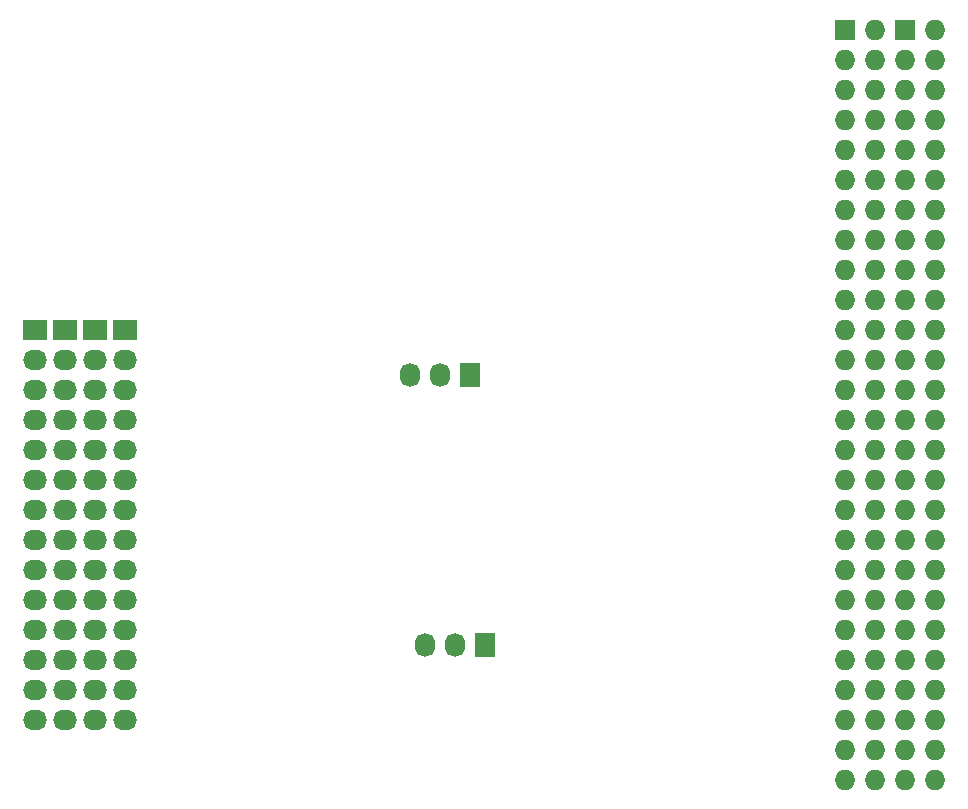
<source format=gbr>
G04 #@! TF.FileFunction,Soldermask,Bot*
%FSLAX46Y46*%
G04 Gerber Fmt 4.6, Leading zero omitted, Abs format (unit mm)*
G04 Created by KiCad (PCBNEW (2015-04-08 BZR 5585)-product) date Thu 09 Apr 2015 06:27:39 PM CLST*
%MOMM*%
G01*
G04 APERTURE LIST*
%ADD10C,0.100000*%
%ADD11R,1.727200X1.727200*%
%ADD12O,1.727200X1.727200*%
%ADD13R,2.032000X1.727200*%
%ADD14O,2.032000X1.727200*%
%ADD15R,1.727200X2.032000*%
%ADD16O,1.727200X2.032000*%
G04 APERTURE END LIST*
D10*
D11*
X132080000Y-68580000D03*
D12*
X134620000Y-68580000D03*
X132080000Y-71120000D03*
X134620000Y-71120000D03*
X132080000Y-73660000D03*
X134620000Y-73660000D03*
X132080000Y-76200000D03*
X134620000Y-76200000D03*
X132080000Y-78740000D03*
X134620000Y-78740000D03*
X132080000Y-81280000D03*
X134620000Y-81280000D03*
X132080000Y-83820000D03*
X134620000Y-83820000D03*
X132080000Y-86360000D03*
X134620000Y-86360000D03*
X132080000Y-88900000D03*
X134620000Y-88900000D03*
X132080000Y-91440000D03*
X134620000Y-91440000D03*
X132080000Y-93980000D03*
X134620000Y-93980000D03*
X132080000Y-96520000D03*
X134620000Y-96520000D03*
X132080000Y-99060000D03*
X134620000Y-99060000D03*
X132080000Y-101600000D03*
X134620000Y-101600000D03*
X132080000Y-104140000D03*
X134620000Y-104140000D03*
X132080000Y-106680000D03*
X134620000Y-106680000D03*
X132080000Y-109220000D03*
X134620000Y-109220000D03*
X132080000Y-111760000D03*
X134620000Y-111760000D03*
X132080000Y-114300000D03*
X134620000Y-114300000D03*
X132080000Y-116840000D03*
X134620000Y-116840000D03*
X132080000Y-119380000D03*
X134620000Y-119380000D03*
X132080000Y-121920000D03*
X134620000Y-121920000D03*
X132080000Y-124460000D03*
X134620000Y-124460000D03*
X132080000Y-127000000D03*
X134620000Y-127000000D03*
X132080000Y-129540000D03*
X134620000Y-129540000D03*
X132080000Y-132080000D03*
X134620000Y-132080000D03*
D11*
X137160000Y-68580000D03*
D12*
X139700000Y-68580000D03*
X137160000Y-71120000D03*
X139700000Y-71120000D03*
X137160000Y-73660000D03*
X139700000Y-73660000D03*
X137160000Y-76200000D03*
X139700000Y-76200000D03*
X137160000Y-78740000D03*
X139700000Y-78740000D03*
X137160000Y-81280000D03*
X139700000Y-81280000D03*
X137160000Y-83820000D03*
X139700000Y-83820000D03*
X137160000Y-86360000D03*
X139700000Y-86360000D03*
X137160000Y-88900000D03*
X139700000Y-88900000D03*
X137160000Y-91440000D03*
X139700000Y-91440000D03*
X137160000Y-93980000D03*
X139700000Y-93980000D03*
X137160000Y-96520000D03*
X139700000Y-96520000D03*
X137160000Y-99060000D03*
X139700000Y-99060000D03*
X137160000Y-101600000D03*
X139700000Y-101600000D03*
X137160000Y-104140000D03*
X139700000Y-104140000D03*
X137160000Y-106680000D03*
X139700000Y-106680000D03*
X137160000Y-109220000D03*
X139700000Y-109220000D03*
X137160000Y-111760000D03*
X139700000Y-111760000D03*
X137160000Y-114300000D03*
X139700000Y-114300000D03*
X137160000Y-116840000D03*
X139700000Y-116840000D03*
X137160000Y-119380000D03*
X139700000Y-119380000D03*
X137160000Y-121920000D03*
X139700000Y-121920000D03*
X137160000Y-124460000D03*
X139700000Y-124460000D03*
X137160000Y-127000000D03*
X139700000Y-127000000D03*
X137160000Y-129540000D03*
X139700000Y-129540000D03*
X137160000Y-132080000D03*
X139700000Y-132080000D03*
D13*
X71120000Y-93980000D03*
D14*
X71120000Y-96520000D03*
X71120000Y-99060000D03*
X71120000Y-101600000D03*
X71120000Y-104140000D03*
X71120000Y-106680000D03*
X71120000Y-109220000D03*
X71120000Y-111760000D03*
X71120000Y-114300000D03*
X71120000Y-116840000D03*
X71120000Y-119380000D03*
X71120000Y-121920000D03*
X71120000Y-124460000D03*
X71120000Y-127000000D03*
D13*
X68580000Y-93980000D03*
D14*
X68580000Y-96520000D03*
X68580000Y-99060000D03*
X68580000Y-101600000D03*
X68580000Y-104140000D03*
X68580000Y-106680000D03*
X68580000Y-109220000D03*
X68580000Y-111760000D03*
X68580000Y-114300000D03*
X68580000Y-116840000D03*
X68580000Y-119380000D03*
X68580000Y-121920000D03*
X68580000Y-124460000D03*
X68580000Y-127000000D03*
D13*
X66040000Y-93980000D03*
D14*
X66040000Y-96520000D03*
X66040000Y-99060000D03*
X66040000Y-101600000D03*
X66040000Y-104140000D03*
X66040000Y-106680000D03*
X66040000Y-109220000D03*
X66040000Y-111760000D03*
X66040000Y-114300000D03*
X66040000Y-116840000D03*
X66040000Y-119380000D03*
X66040000Y-121920000D03*
X66040000Y-124460000D03*
X66040000Y-127000000D03*
D13*
X63500000Y-93980000D03*
D14*
X63500000Y-96520000D03*
X63500000Y-99060000D03*
X63500000Y-101600000D03*
X63500000Y-104140000D03*
X63500000Y-106680000D03*
X63500000Y-109220000D03*
X63500000Y-111760000D03*
X63500000Y-114300000D03*
X63500000Y-116840000D03*
X63500000Y-119380000D03*
X63500000Y-121920000D03*
X63500000Y-124460000D03*
X63500000Y-127000000D03*
D15*
X100330000Y-97790000D03*
D16*
X97790000Y-97790000D03*
X95250000Y-97790000D03*
D15*
X101600000Y-120650000D03*
D16*
X99060000Y-120650000D03*
X96520000Y-120650000D03*
M02*

</source>
